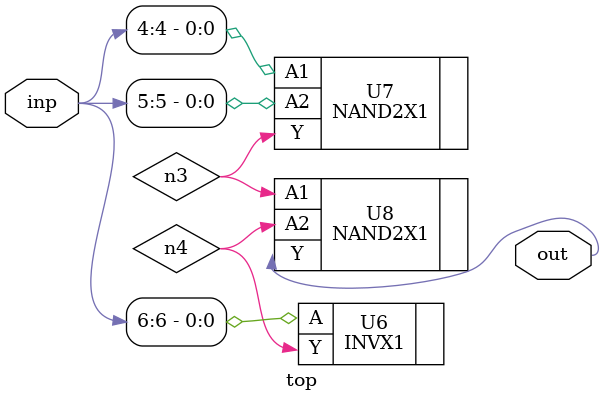
<source format=sv>


module top ( inp, out );
  input [6:0] inp;
  output out;
  wire   n3, n4;

  INVX1 U6 ( .A(inp[6]), .Y(n4) );
  NAND2X1 U7 ( .A1(inp[4]), .A2(inp[5]), .Y(n3) );
  NAND2X1 U8 ( .A1(n3), .A2(n4), .Y(out) );
endmodule


</source>
